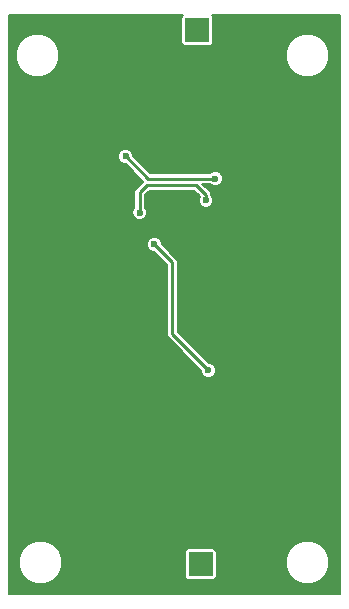
<source format=gbl>
G04 #@! TF.FileFunction,Copper,L2,Bot,Signal*
%FSLAX46Y46*%
G04 Gerber Fmt 4.6, Leading zero omitted, Abs format (unit mm)*
G04 Created by KiCad (PCBNEW 0.201509151501+6198~30~ubuntu14.04.1-product) date Sun 08 Nov 2015 02:29:05 PM EST*
%MOMM*%
G01*
G04 APERTURE LIST*
%ADD10C,0.100000*%
%ADD11C,1.524000*%
%ADD12R,2.032000X2.032000*%
%ADD13O,2.032000X2.032000*%
%ADD14C,0.400000*%
%ADD15C,0.600000*%
%ADD16C,0.250000*%
%ADD17C,0.152400*%
G04 APERTURE END LIST*
D10*
D11*
X106934000Y-93980000D03*
X106934000Y-96520000D03*
X106934000Y-99060000D03*
X106934000Y-88900000D03*
X106934000Y-91440000D03*
X106934000Y-86360000D03*
X114808000Y-104140000D03*
X112268000Y-104140000D03*
X114808000Y-101600000D03*
X112268000Y-101600000D03*
X114808000Y-99060000D03*
X112268000Y-99060000D03*
X109728000Y-99060000D03*
X114808000Y-96520000D03*
X112268000Y-96520000D03*
X109728000Y-96520000D03*
X114808000Y-93980000D03*
X112268000Y-93980000D03*
X109728000Y-93980000D03*
X114808000Y-91440000D03*
X112268000Y-91440000D03*
X109728000Y-91440000D03*
X114808000Y-88900000D03*
X112268000Y-88900000D03*
X109728000Y-88900000D03*
X114808000Y-86360000D03*
X112268000Y-86360000D03*
X109728000Y-86360000D03*
X113792000Y-61468000D03*
X111760000Y-61468000D03*
X113792000Y-59436000D03*
X111760000Y-59436000D03*
X113792000Y-57404000D03*
X111760000Y-57404000D03*
D12*
X121498360Y-57561480D03*
D13*
X118958360Y-57561480D03*
D12*
X121762520Y-102788720D03*
D13*
X119222520Y-102788720D03*
D14*
X119880000Y-71640000D03*
X118880000Y-73140000D03*
X119880000Y-73140000D03*
X119380000Y-72390000D03*
X118880000Y-71640000D03*
D15*
X115422680Y-68244720D03*
X123012200Y-70134480D03*
X122224800Y-71963280D03*
X116621560Y-73009760D03*
X122428000Y-86360000D03*
X117856000Y-75692000D03*
D16*
X123012200Y-70134480D02*
X117312440Y-70134480D01*
X117312440Y-70134480D02*
X115422680Y-68244720D01*
X121386600Y-70698360D02*
X122224800Y-71536560D01*
X122224800Y-71536560D02*
X122224800Y-71963280D01*
X117221000Y-70698360D02*
X121386600Y-70698360D01*
X116621560Y-71297800D02*
X117221000Y-70698360D01*
X116621560Y-73009760D02*
X116621560Y-71297800D01*
X119380000Y-77216000D02*
X119380000Y-83312000D01*
X119380000Y-83312000D02*
X122428000Y-86360000D01*
X117856000Y-75692000D02*
X119380000Y-77216000D01*
D17*
G36*
X120247611Y-56304153D02*
X120172216Y-56414497D01*
X120145691Y-56545480D01*
X120145691Y-58577480D01*
X120168716Y-58699845D01*
X120241033Y-58812229D01*
X120351377Y-58887624D01*
X120482360Y-58914149D01*
X122514360Y-58914149D01*
X122636725Y-58891124D01*
X122749109Y-58818807D01*
X122824504Y-58708463D01*
X122851029Y-58577480D01*
X122851029Y-56545480D01*
X122828004Y-56423115D01*
X122755687Y-56310731D01*
X122718321Y-56285200D01*
X133527800Y-56285200D01*
X133527800Y-105258800D01*
X105561200Y-105258800D01*
X105561200Y-102978452D01*
X106373483Y-102978452D01*
X106651527Y-103651371D01*
X107165921Y-104166664D01*
X107838354Y-104445882D01*
X108566452Y-104446517D01*
X109239371Y-104168473D01*
X109754664Y-103654079D01*
X110033882Y-102981646D01*
X110034517Y-102253548D01*
X109835844Y-101772720D01*
X120409851Y-101772720D01*
X120409851Y-103804720D01*
X120432876Y-103927085D01*
X120505193Y-104039469D01*
X120615537Y-104114864D01*
X120746520Y-104141389D01*
X122778520Y-104141389D01*
X122900885Y-104118364D01*
X123013269Y-104046047D01*
X123088664Y-103935703D01*
X123115189Y-103804720D01*
X123115189Y-102978452D01*
X128979483Y-102978452D01*
X129257527Y-103651371D01*
X129771921Y-104166664D01*
X130444354Y-104445882D01*
X131172452Y-104446517D01*
X131845371Y-104168473D01*
X132360664Y-103654079D01*
X132639882Y-102981646D01*
X132640517Y-102253548D01*
X132362473Y-101580629D01*
X131848079Y-101065336D01*
X131175646Y-100786118D01*
X130447548Y-100785483D01*
X129774629Y-101063527D01*
X129259336Y-101577921D01*
X128980118Y-102250354D01*
X128979483Y-102978452D01*
X123115189Y-102978452D01*
X123115189Y-101772720D01*
X123092164Y-101650355D01*
X123019847Y-101537971D01*
X122909503Y-101462576D01*
X122778520Y-101436051D01*
X120746520Y-101436051D01*
X120624155Y-101459076D01*
X120511771Y-101531393D01*
X120436376Y-101641737D01*
X120409851Y-101772720D01*
X109835844Y-101772720D01*
X109756473Y-101580629D01*
X109242079Y-101065336D01*
X108569646Y-100786118D01*
X107841548Y-100785483D01*
X107168629Y-101063527D01*
X106653336Y-101577921D01*
X106374118Y-102250354D01*
X106373483Y-102978452D01*
X105561200Y-102978452D01*
X105561200Y-75816805D01*
X117225691Y-75816805D01*
X117321431Y-76048513D01*
X117498554Y-76225946D01*
X117730096Y-76322090D01*
X117842438Y-76322188D01*
X118924800Y-77404550D01*
X118924800Y-83312000D01*
X118959450Y-83486198D01*
X119058125Y-83633875D01*
X121797788Y-86373538D01*
X121797691Y-86484805D01*
X121893431Y-86716513D01*
X122070554Y-86893946D01*
X122302096Y-86990090D01*
X122552805Y-86990309D01*
X122784513Y-86894569D01*
X122961946Y-86717446D01*
X123058090Y-86485904D01*
X123058309Y-86235195D01*
X122962569Y-86003487D01*
X122785446Y-85826054D01*
X122553904Y-85729910D01*
X122441562Y-85729812D01*
X119835200Y-83123450D01*
X119835200Y-77216000D01*
X119800550Y-77041803D01*
X119701875Y-76894125D01*
X118486212Y-75678462D01*
X118486309Y-75567195D01*
X118390569Y-75335487D01*
X118213446Y-75158054D01*
X117981904Y-75061910D01*
X117731195Y-75061691D01*
X117499487Y-75157431D01*
X117322054Y-75334554D01*
X117225910Y-75566096D01*
X117225691Y-75816805D01*
X105561200Y-75816805D01*
X105561200Y-68369525D01*
X114792371Y-68369525D01*
X114888111Y-68601233D01*
X115065234Y-68778666D01*
X115296776Y-68874810D01*
X115409118Y-68874908D01*
X116906061Y-70371851D01*
X116899125Y-70376485D01*
X116299685Y-70975925D01*
X116201010Y-71123602D01*
X116201010Y-71123603D01*
X116166360Y-71297800D01*
X116166360Y-72573706D01*
X116087614Y-72652314D01*
X115991470Y-72883856D01*
X115991251Y-73134565D01*
X116086991Y-73366273D01*
X116264114Y-73543706D01*
X116495656Y-73639850D01*
X116746365Y-73640069D01*
X116978073Y-73544329D01*
X117155506Y-73367206D01*
X117251650Y-73135664D01*
X117251869Y-72884955D01*
X117156129Y-72653247D01*
X117076760Y-72573739D01*
X117076760Y-71486350D01*
X117409550Y-71153560D01*
X121198050Y-71153560D01*
X121678962Y-71634472D01*
X121594710Y-71837376D01*
X121594491Y-72088085D01*
X121690231Y-72319793D01*
X121867354Y-72497226D01*
X122098896Y-72593370D01*
X122349605Y-72593589D01*
X122581313Y-72497849D01*
X122758746Y-72320726D01*
X122854890Y-72089184D01*
X122855109Y-71838475D01*
X122759369Y-71606767D01*
X122677690Y-71524945D01*
X122667158Y-71471998D01*
X122645350Y-71362362D01*
X122546675Y-71214685D01*
X121921670Y-70589680D01*
X122576146Y-70589680D01*
X122654754Y-70668426D01*
X122886296Y-70764570D01*
X123137005Y-70764789D01*
X123368713Y-70669049D01*
X123546146Y-70491926D01*
X123642290Y-70260384D01*
X123642509Y-70009675D01*
X123546769Y-69777967D01*
X123369646Y-69600534D01*
X123138104Y-69504390D01*
X122887395Y-69504171D01*
X122655687Y-69599911D01*
X122576179Y-69679280D01*
X117500990Y-69679280D01*
X116052892Y-68231182D01*
X116052989Y-68119915D01*
X115957249Y-67888207D01*
X115780126Y-67710774D01*
X115548584Y-67614630D01*
X115297875Y-67614411D01*
X115066167Y-67710151D01*
X114888734Y-67887274D01*
X114792590Y-68118816D01*
X114792371Y-68369525D01*
X105561200Y-68369525D01*
X105561200Y-60052452D01*
X106119483Y-60052452D01*
X106397527Y-60725371D01*
X106911921Y-61240664D01*
X107584354Y-61519882D01*
X108312452Y-61520517D01*
X108985371Y-61242473D01*
X109500664Y-60728079D01*
X109779882Y-60055646D01*
X109779884Y-60052452D01*
X128979483Y-60052452D01*
X129257527Y-60725371D01*
X129771921Y-61240664D01*
X130444354Y-61519882D01*
X131172452Y-61520517D01*
X131845371Y-61242473D01*
X132360664Y-60728079D01*
X132639882Y-60055646D01*
X132640517Y-59327548D01*
X132362473Y-58654629D01*
X131848079Y-58139336D01*
X131175646Y-57860118D01*
X130447548Y-57859483D01*
X129774629Y-58137527D01*
X129259336Y-58651921D01*
X128980118Y-59324354D01*
X128979483Y-60052452D01*
X109779884Y-60052452D01*
X109780517Y-59327548D01*
X109502473Y-58654629D01*
X108988079Y-58139336D01*
X108315646Y-57860118D01*
X107587548Y-57859483D01*
X106914629Y-58137527D01*
X106399336Y-58651921D01*
X106120118Y-59324354D01*
X106119483Y-60052452D01*
X105561200Y-60052452D01*
X105561200Y-56285200D01*
X120277065Y-56285200D01*
X120247611Y-56304153D01*
X120247611Y-56304153D01*
G37*
X120247611Y-56304153D02*
X120172216Y-56414497D01*
X120145691Y-56545480D01*
X120145691Y-58577480D01*
X120168716Y-58699845D01*
X120241033Y-58812229D01*
X120351377Y-58887624D01*
X120482360Y-58914149D01*
X122514360Y-58914149D01*
X122636725Y-58891124D01*
X122749109Y-58818807D01*
X122824504Y-58708463D01*
X122851029Y-58577480D01*
X122851029Y-56545480D01*
X122828004Y-56423115D01*
X122755687Y-56310731D01*
X122718321Y-56285200D01*
X133527800Y-56285200D01*
X133527800Y-105258800D01*
X105561200Y-105258800D01*
X105561200Y-102978452D01*
X106373483Y-102978452D01*
X106651527Y-103651371D01*
X107165921Y-104166664D01*
X107838354Y-104445882D01*
X108566452Y-104446517D01*
X109239371Y-104168473D01*
X109754664Y-103654079D01*
X110033882Y-102981646D01*
X110034517Y-102253548D01*
X109835844Y-101772720D01*
X120409851Y-101772720D01*
X120409851Y-103804720D01*
X120432876Y-103927085D01*
X120505193Y-104039469D01*
X120615537Y-104114864D01*
X120746520Y-104141389D01*
X122778520Y-104141389D01*
X122900885Y-104118364D01*
X123013269Y-104046047D01*
X123088664Y-103935703D01*
X123115189Y-103804720D01*
X123115189Y-102978452D01*
X128979483Y-102978452D01*
X129257527Y-103651371D01*
X129771921Y-104166664D01*
X130444354Y-104445882D01*
X131172452Y-104446517D01*
X131845371Y-104168473D01*
X132360664Y-103654079D01*
X132639882Y-102981646D01*
X132640517Y-102253548D01*
X132362473Y-101580629D01*
X131848079Y-101065336D01*
X131175646Y-100786118D01*
X130447548Y-100785483D01*
X129774629Y-101063527D01*
X129259336Y-101577921D01*
X128980118Y-102250354D01*
X128979483Y-102978452D01*
X123115189Y-102978452D01*
X123115189Y-101772720D01*
X123092164Y-101650355D01*
X123019847Y-101537971D01*
X122909503Y-101462576D01*
X122778520Y-101436051D01*
X120746520Y-101436051D01*
X120624155Y-101459076D01*
X120511771Y-101531393D01*
X120436376Y-101641737D01*
X120409851Y-101772720D01*
X109835844Y-101772720D01*
X109756473Y-101580629D01*
X109242079Y-101065336D01*
X108569646Y-100786118D01*
X107841548Y-100785483D01*
X107168629Y-101063527D01*
X106653336Y-101577921D01*
X106374118Y-102250354D01*
X106373483Y-102978452D01*
X105561200Y-102978452D01*
X105561200Y-75816805D01*
X117225691Y-75816805D01*
X117321431Y-76048513D01*
X117498554Y-76225946D01*
X117730096Y-76322090D01*
X117842438Y-76322188D01*
X118924800Y-77404550D01*
X118924800Y-83312000D01*
X118959450Y-83486198D01*
X119058125Y-83633875D01*
X121797788Y-86373538D01*
X121797691Y-86484805D01*
X121893431Y-86716513D01*
X122070554Y-86893946D01*
X122302096Y-86990090D01*
X122552805Y-86990309D01*
X122784513Y-86894569D01*
X122961946Y-86717446D01*
X123058090Y-86485904D01*
X123058309Y-86235195D01*
X122962569Y-86003487D01*
X122785446Y-85826054D01*
X122553904Y-85729910D01*
X122441562Y-85729812D01*
X119835200Y-83123450D01*
X119835200Y-77216000D01*
X119800550Y-77041803D01*
X119701875Y-76894125D01*
X118486212Y-75678462D01*
X118486309Y-75567195D01*
X118390569Y-75335487D01*
X118213446Y-75158054D01*
X117981904Y-75061910D01*
X117731195Y-75061691D01*
X117499487Y-75157431D01*
X117322054Y-75334554D01*
X117225910Y-75566096D01*
X117225691Y-75816805D01*
X105561200Y-75816805D01*
X105561200Y-68369525D01*
X114792371Y-68369525D01*
X114888111Y-68601233D01*
X115065234Y-68778666D01*
X115296776Y-68874810D01*
X115409118Y-68874908D01*
X116906061Y-70371851D01*
X116899125Y-70376485D01*
X116299685Y-70975925D01*
X116201010Y-71123602D01*
X116201010Y-71123603D01*
X116166360Y-71297800D01*
X116166360Y-72573706D01*
X116087614Y-72652314D01*
X115991470Y-72883856D01*
X115991251Y-73134565D01*
X116086991Y-73366273D01*
X116264114Y-73543706D01*
X116495656Y-73639850D01*
X116746365Y-73640069D01*
X116978073Y-73544329D01*
X117155506Y-73367206D01*
X117251650Y-73135664D01*
X117251869Y-72884955D01*
X117156129Y-72653247D01*
X117076760Y-72573739D01*
X117076760Y-71486350D01*
X117409550Y-71153560D01*
X121198050Y-71153560D01*
X121678962Y-71634472D01*
X121594710Y-71837376D01*
X121594491Y-72088085D01*
X121690231Y-72319793D01*
X121867354Y-72497226D01*
X122098896Y-72593370D01*
X122349605Y-72593589D01*
X122581313Y-72497849D01*
X122758746Y-72320726D01*
X122854890Y-72089184D01*
X122855109Y-71838475D01*
X122759369Y-71606767D01*
X122677690Y-71524945D01*
X122667158Y-71471998D01*
X122645350Y-71362362D01*
X122546675Y-71214685D01*
X121921670Y-70589680D01*
X122576146Y-70589680D01*
X122654754Y-70668426D01*
X122886296Y-70764570D01*
X123137005Y-70764789D01*
X123368713Y-70669049D01*
X123546146Y-70491926D01*
X123642290Y-70260384D01*
X123642509Y-70009675D01*
X123546769Y-69777967D01*
X123369646Y-69600534D01*
X123138104Y-69504390D01*
X122887395Y-69504171D01*
X122655687Y-69599911D01*
X122576179Y-69679280D01*
X117500990Y-69679280D01*
X116052892Y-68231182D01*
X116052989Y-68119915D01*
X115957249Y-67888207D01*
X115780126Y-67710774D01*
X115548584Y-67614630D01*
X115297875Y-67614411D01*
X115066167Y-67710151D01*
X114888734Y-67887274D01*
X114792590Y-68118816D01*
X114792371Y-68369525D01*
X105561200Y-68369525D01*
X105561200Y-60052452D01*
X106119483Y-60052452D01*
X106397527Y-60725371D01*
X106911921Y-61240664D01*
X107584354Y-61519882D01*
X108312452Y-61520517D01*
X108985371Y-61242473D01*
X109500664Y-60728079D01*
X109779882Y-60055646D01*
X109779884Y-60052452D01*
X128979483Y-60052452D01*
X129257527Y-60725371D01*
X129771921Y-61240664D01*
X130444354Y-61519882D01*
X131172452Y-61520517D01*
X131845371Y-61242473D01*
X132360664Y-60728079D01*
X132639882Y-60055646D01*
X132640517Y-59327548D01*
X132362473Y-58654629D01*
X131848079Y-58139336D01*
X131175646Y-57860118D01*
X130447548Y-57859483D01*
X129774629Y-58137527D01*
X129259336Y-58651921D01*
X128980118Y-59324354D01*
X128979483Y-60052452D01*
X109779884Y-60052452D01*
X109780517Y-59327548D01*
X109502473Y-58654629D01*
X108988079Y-58139336D01*
X108315646Y-57860118D01*
X107587548Y-57859483D01*
X106914629Y-58137527D01*
X106399336Y-58651921D01*
X106120118Y-59324354D01*
X106119483Y-60052452D01*
X105561200Y-60052452D01*
X105561200Y-56285200D01*
X120277065Y-56285200D01*
X120247611Y-56304153D01*
M02*

</source>
